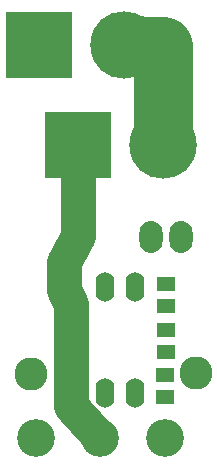
<source format=gbr>
%TF.GenerationSoftware,Altium Limited,Altium Designer,23.4.1 (23)*%
G04 Layer_Color=8388736*
%FSLAX45Y45*%
%MOMM*%
%TF.SameCoordinates,FC27E5CA-6F0E-4163-AE28-EC5EA92855B9*%
%TF.FilePolarity,Negative*%
%TF.FileFunction,Soldermask,Top*%
%TF.Part,Single*%
G01*
G75*
%TA.AperFunction,NonConductor*%
%ADD23C,5.00000*%
%ADD24C,3.00000*%
%TA.AperFunction,SMDPad,CuDef*%
%ADD25R,1.60320X1.15320*%
%ADD26O,1.60320X2.50320*%
%TA.AperFunction,ComponentPad*%
%ADD27C,2.80320*%
%ADD28C,5.70320*%
%ADD29R,5.70320X5.70320*%
%ADD30C,3.20320*%
%ADD31O,1.95320X2.70320*%
D23*
X1530000Y3870000D02*
X1530200Y3030200D01*
X1200200Y3879800D02*
X1530000Y3870000D01*
D24*
X690000Y2040000D02*
X810000Y2260000D01*
X690000Y1800000D02*
Y2040000D01*
Y1800000D02*
X750000Y1680000D01*
Y820000D02*
Y1680000D01*
Y820000D02*
X1000000Y550000D01*
X810000Y2290000D02*
X810200Y3030200D01*
D25*
X1560000Y1275000D02*
D03*
Y1465000D02*
D03*
Y1665000D02*
D03*
Y1855000D02*
D03*
X1550000Y895000D02*
D03*
Y1085000D02*
D03*
D26*
X1297000Y1827500D02*
D03*
X1043000D02*
D03*
X1297000Y932500D02*
D03*
X1043000D02*
D03*
D27*
X410000Y1090000D02*
D03*
X1810000Y1100000D02*
D03*
D28*
X1200200Y3879800D02*
D03*
X1530200Y3030200D02*
D03*
D29*
X480200Y3879800D02*
D03*
X810200Y3030200D02*
D03*
D30*
X452500Y550000D02*
D03*
X1000000D02*
D03*
X1547500D02*
D03*
D31*
X1430000Y2250000D02*
D03*
X1680000D02*
D03*
%TF.MD5,354f4cd4e1147646eefad01cd83a435c*%
M02*

</source>
